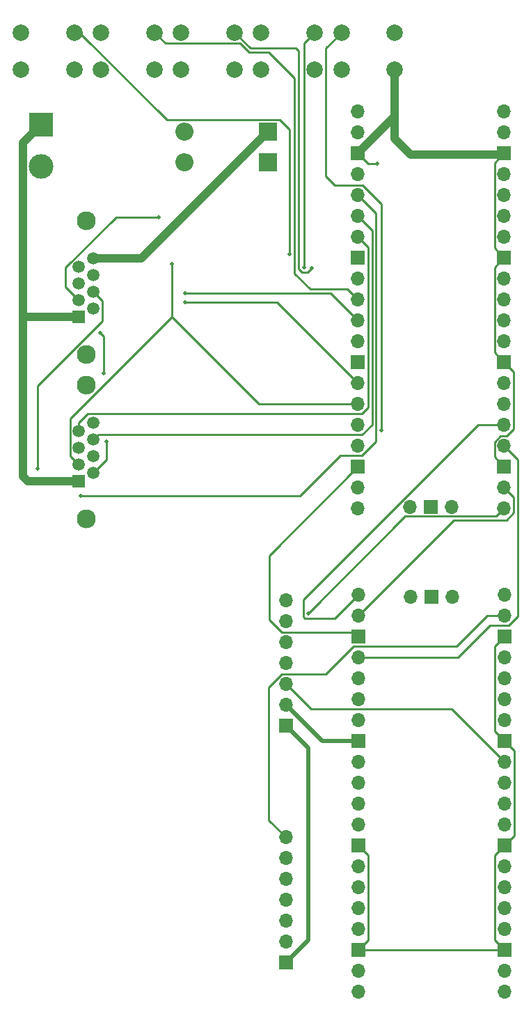
<source format=gbr>
%TF.GenerationSoftware,KiCad,Pcbnew,7.0.7*%
%TF.CreationDate,2025-01-13T16:20:32+01:00*%
%TF.ProjectId,PICO board v4.0,5049434f-2062-46f6-9172-642076342e30,rev?*%
%TF.SameCoordinates,Original*%
%TF.FileFunction,Copper,L2,Bot*%
%TF.FilePolarity,Positive*%
%FSLAX46Y46*%
G04 Gerber Fmt 4.6, Leading zero omitted, Abs format (unit mm)*
G04 Created by KiCad (PCBNEW 7.0.7) date 2025-01-13 16:20:32*
%MOMM*%
%LPD*%
G01*
G04 APERTURE LIST*
%TA.AperFunction,ComponentPad*%
%ADD10C,2.000000*%
%TD*%
%TA.AperFunction,ComponentPad*%
%ADD11O,1.700000X1.700000*%
%TD*%
%TA.AperFunction,ComponentPad*%
%ADD12R,1.700000X1.700000*%
%TD*%
%TA.AperFunction,ComponentPad*%
%ADD13R,1.500000X1.500000*%
%TD*%
%TA.AperFunction,ComponentPad*%
%ADD14C,1.500000*%
%TD*%
%TA.AperFunction,ComponentPad*%
%ADD15C,2.300000*%
%TD*%
%TA.AperFunction,ComponentPad*%
%ADD16R,3.000000X3.000000*%
%TD*%
%TA.AperFunction,ComponentPad*%
%ADD17C,3.000000*%
%TD*%
%TA.AperFunction,ComponentPad*%
%ADD18R,2.200000X2.200000*%
%TD*%
%TA.AperFunction,ComponentPad*%
%ADD19O,2.200000X2.200000*%
%TD*%
%TA.AperFunction,ViaPad*%
%ADD20C,0.500000*%
%TD*%
%TA.AperFunction,Conductor*%
%ADD21C,1.000000*%
%TD*%
%TA.AperFunction,Conductor*%
%ADD22C,0.250000*%
%TD*%
%TA.AperFunction,Conductor*%
%ADD23C,0.500000*%
%TD*%
G04 APERTURE END LIST*
D10*
%TO.P,SW5,1,1*%
%TO.N,GP13_2*%
X115050000Y-35350000D03*
X121550000Y-35350000D03*
%TO.P,SW5,2,2*%
%TO.N,GND*%
X115050000Y-39850000D03*
X121550000Y-39850000D03*
%TD*%
D11*
%TO.P,U1,1,GPIO0*%
%TO.N,GP0*%
X134900000Y-151960000D03*
%TO.P,U1,2,GPIO1*%
%TO.N,GP1*%
X134900000Y-149420000D03*
D12*
%TO.P,U1,3,GND*%
%TO.N,GND*%
X134900000Y-146880000D03*
D11*
%TO.P,U1,4,GPIO2*%
%TO.N,GP2*%
X134900000Y-144340000D03*
%TO.P,U1,5,GPIO3*%
%TO.N,GP3*%
X134900000Y-141800000D03*
%TO.P,U1,6,GPIO4*%
%TO.N,GP4*%
X134900000Y-139260000D03*
%TO.P,U1,7,GPIO5*%
%TO.N,GP5*%
X134900000Y-136720000D03*
D12*
%TO.P,U1,8,GND*%
%TO.N,GND*%
X134900000Y-134180000D03*
D11*
%TO.P,U1,9,GPIO6*%
%TO.N,GP6*%
X134900000Y-131640000D03*
%TO.P,U1,10,GPIO7*%
%TO.N,GP7*%
X134900000Y-129100000D03*
%TO.P,U1,11,GPIO8*%
%TO.N,GP8*%
X134900000Y-126560000D03*
%TO.P,U1,12,GPIO9*%
%TO.N,GP9*%
X134900000Y-124020000D03*
D12*
%TO.P,U1,13,GND*%
%TO.N,GND*%
X134900000Y-121480000D03*
D11*
%TO.P,U1,14,GPIO10*%
%TO.N,GP10*%
X134900000Y-118940000D03*
%TO.P,U1,15,GPIO11*%
%TO.N,GP11*%
X134900000Y-116400000D03*
%TO.P,U1,16,GPIO12*%
%TO.N,GP12*%
X134900000Y-113860000D03*
%TO.P,U1,17,GPIO13*%
%TO.N,GP13*%
X134900000Y-111320000D03*
D12*
%TO.P,U1,18,GND*%
%TO.N,GND*%
X134900000Y-108780000D03*
D11*
%TO.P,U1,19,GPIO14*%
%TO.N,GP14*%
X134900000Y-106240000D03*
%TO.P,U1,20,GPIO15*%
%TO.N,GP15*%
X134900000Y-103700000D03*
%TO.P,U1,21,GPIO16*%
%TO.N,GP16*%
X117120000Y-103700000D03*
%TO.P,U1,22,GPIO17*%
%TO.N,GP17*%
X117120000Y-106240000D03*
D12*
%TO.P,U1,23,GND*%
%TO.N,GND*%
X117120000Y-108780000D03*
D11*
%TO.P,U1,24,GPIO18*%
%TO.N,GP18*%
X117120000Y-111320000D03*
%TO.P,U1,25,GPIO19*%
%TO.N,GP19*%
X117120000Y-113860000D03*
%TO.P,U1,26,GPIO20*%
%TO.N,GP20*%
X117120000Y-116400000D03*
%TO.P,U1,27,GPIO21*%
%TO.N,GP21*%
X117120000Y-118940000D03*
D12*
%TO.P,U1,28,GND*%
%TO.N,GND*%
X117120000Y-121480000D03*
D11*
%TO.P,U1,29,GPIO22*%
%TO.N,GP22*%
X117120000Y-124020000D03*
%TO.P,U1,30,RUN*%
%TO.N,unconnected-(U1-RUN-Pad30)*%
X117120000Y-126560000D03*
%TO.P,U1,31,GPIO26_ADC0*%
%TO.N,GP26*%
X117120000Y-129100000D03*
%TO.P,U1,32,GPIO27_ADC1*%
%TO.N,GP27*%
X117120000Y-131640000D03*
D12*
%TO.P,U1,33,AGND*%
%TO.N,GND*%
X117120000Y-134180000D03*
D11*
%TO.P,U1,34,GPIO28_ADC2*%
%TO.N,GP28*%
X117120000Y-136720000D03*
%TO.P,U1,35,ADC_VREF*%
%TO.N,unconnected-(U1-ADC_VREF-Pad35)*%
X117120000Y-139260000D03*
%TO.P,U1,36,3V3*%
%TO.N,3V3*%
X117120000Y-141800000D03*
%TO.P,U1,37,3V3_EN*%
%TO.N,unconnected-(U1-3V3_EN-Pad37)*%
X117120000Y-144340000D03*
D12*
%TO.P,U1,38,GND*%
%TO.N,GND*%
X117120000Y-146880000D03*
D11*
%TO.P,U1,39,VSYS*%
%TO.N,5VCC_1*%
X117120000Y-149420000D03*
%TO.P,U1,40,VBUS*%
%TO.N,unconnected-(U1-VBUS-Pad40)*%
X117120000Y-151960000D03*
%TO.P,U1,41,SWCLK*%
%TO.N,unconnected-(U1-SWCLK-Pad41)*%
X128550000Y-103930000D03*
D12*
%TO.P,U1,42,GND*%
%TO.N,unconnected-(U1-GND-Pad42)*%
X126010000Y-103930000D03*
D11*
%TO.P,U1,43,SWDIO*%
%TO.N,unconnected-(U1-SWDIO-Pad43)*%
X123470000Y-103930000D03*
%TD*%
D12*
%TO.P,J4,1,Pin_1*%
%TO.N,5VCC_1*%
X108300000Y-119600000D03*
D11*
%TO.P,J4,2,Pin_2*%
%TO.N,GND*%
X108300000Y-117060000D03*
%TO.P,J4,3,Pin_3*%
%TO.N,GP9*%
X108300000Y-114520000D03*
%TO.P,J4,4,Pin_4*%
%TO.N,GP12*%
X108300000Y-111980000D03*
%TO.P,J4,5,Pin_5*%
%TO.N,GP11*%
X108300000Y-109440000D03*
%TO.P,J4,6,Pin_6*%
%TO.N,GP10*%
X108300000Y-106900000D03*
%TO.P,J4,7,Pin_7*%
%TO.N,GP13*%
X108300000Y-104360000D03*
%TD*%
D13*
%TO.P,J3,1*%
%TO.N,GND*%
X83110000Y-89930000D03*
D14*
%TO.P,J3,2*%
%TO.N,GP10_2*%
X84890000Y-88914000D03*
%TO.P,J3,3*%
%TO.N,GP11_2*%
X83110000Y-87898000D03*
%TO.P,J3,4*%
%TO.N,GP8_2*%
X84890000Y-86882000D03*
%TO.P,J3,5*%
%TO.N,GP3_2*%
X83110000Y-85866000D03*
%TO.P,J3,6*%
%TO.N,GP4_2*%
X84890000Y-84850000D03*
%TO.P,J3,7*%
%TO.N,GP5_2*%
X83110000Y-83834000D03*
%TO.P,J3,8*%
%TO.N,5VCC_2*%
X84890000Y-82818000D03*
D15*
%TO.P,J3,SH*%
%TO.N,N/C*%
X84000000Y-94500000D03*
X84000000Y-78240000D03*
%TD*%
D10*
%TO.P,SW3,1,1*%
%TO.N,GP9_2*%
X95550000Y-35350000D03*
X102050000Y-35350000D03*
%TO.P,SW3,2,2*%
%TO.N,GND*%
X95550000Y-39850000D03*
X102050000Y-39850000D03*
%TD*%
D12*
%TO.P,J5,1,Pin_1*%
%TO.N,5VCC_1*%
X108275000Y-148400000D03*
D11*
%TO.P,J5,2,Pin_2*%
%TO.N,GND*%
X108275000Y-145860000D03*
%TO.P,J5,3,Pin_3*%
%TO.N,GP8*%
X108275000Y-143320000D03*
%TO.P,J5,4,Pin_4*%
%TO.N,GP12*%
X108275000Y-140780000D03*
%TO.P,J5,5,Pin_5*%
%TO.N,GP11*%
X108275000Y-138240000D03*
%TO.P,J5,6,Pin_6*%
%TO.N,GP10*%
X108275000Y-135700000D03*
%TO.P,J5,7,Pin_7*%
%TO.N,GP14*%
X108275000Y-133160000D03*
%TD*%
D16*
%TO.P,J1,1,Pin_1*%
%TO.N,GND*%
X78500000Y-46560000D03*
D17*
%TO.P,J1,2,Pin_2*%
%TO.N,5V*%
X78500000Y-51640000D03*
%TD*%
D18*
%TO.P,D1,1,K*%
%TO.N,5VCC_1*%
X106080000Y-51150000D03*
D19*
%TO.P,D1,2,A*%
%TO.N,5V*%
X95920000Y-51150000D03*
%TD*%
D18*
%TO.P,D2,1,K*%
%TO.N,5VCC_2*%
X106080000Y-47400000D03*
D19*
%TO.P,D2,2,A*%
%TO.N,5V*%
X95920000Y-47400000D03*
%TD*%
D10*
%TO.P,SW2,1,1*%
%TO.N,GP7_2*%
X85800000Y-35350000D03*
X92300000Y-35350000D03*
%TO.P,SW2,2,2*%
%TO.N,GND*%
X85800000Y-39850000D03*
X92300000Y-39850000D03*
%TD*%
D11*
%TO.P,U2,43,SWDIO*%
%TO.N,unconnected-(U2-SWDIO-Pad43)*%
X128500000Y-93000000D03*
D12*
%TO.P,U2,42,GND*%
%TO.N,unconnected-(U2-GND-Pad42)*%
X125960000Y-93000000D03*
D11*
%TO.P,U2,41,SWCLK*%
%TO.N,unconnected-(U2-SWCLK-Pad41)*%
X123420000Y-93000000D03*
%TO.P,U2,40,VBUS*%
%TO.N,unconnected-(U2-VBUS-Pad40)*%
X134850000Y-44970000D03*
%TO.P,U2,39,VSYS*%
%TO.N,5VCC_2*%
X134850000Y-47510000D03*
D12*
%TO.P,U2,38,GND*%
%TO.N,GND*%
X134850000Y-50050000D03*
D11*
%TO.P,U2,37,3V3_EN*%
%TO.N,unconnected-(U2-3V3_EN-Pad37)*%
X134850000Y-52590000D03*
%TO.P,U2,36,3V3*%
%TO.N,unconnected-(U2-3V3-Pad36)*%
X134850000Y-55130000D03*
%TO.P,U2,35,ADC_VREF*%
%TO.N,unconnected-(U2-ADC_VREF-Pad35)*%
X134850000Y-57670000D03*
%TO.P,U2,34,GPIO28_ADC2*%
%TO.N,GP28_2*%
X134850000Y-60210000D03*
D12*
%TO.P,U2,33,AGND*%
%TO.N,GND*%
X134850000Y-62750000D03*
D11*
%TO.P,U2,32,GPIO27_ADC1*%
%TO.N,GP27_2*%
X134850000Y-65290000D03*
%TO.P,U2,31,GPIO26_ADC0*%
%TO.N,unconnected-(U2-GPIO26_ADC0-Pad31)*%
X134850000Y-67830000D03*
%TO.P,U2,30,RUN*%
%TO.N,unconnected-(U2-RUN-Pad30)*%
X134850000Y-70370000D03*
%TO.P,U2,29,GPIO22*%
%TO.N,unconnected-(U2-GPIO22-Pad29)*%
X134850000Y-72910000D03*
D12*
%TO.P,U2,28,GND*%
%TO.N,GND*%
X134850000Y-75450000D03*
D11*
%TO.P,U2,27,GPIO21*%
%TO.N,unconnected-(U2-GPIO21-Pad27)*%
X134850000Y-77990000D03*
%TO.P,U2,26,GPIO20*%
%TO.N,GP20_2*%
X134850000Y-80530000D03*
%TO.P,U2,25,GPIO19*%
%TO.N,GP16*%
X134850000Y-83070000D03*
%TO.P,U2,24,GPIO18*%
%TO.N,GP18*%
X134850000Y-85610000D03*
D12*
%TO.P,U2,23,GND*%
%TO.N,GND*%
X134850000Y-88150000D03*
D11*
%TO.P,U2,22,GPIO17*%
%TO.N,GP17*%
X134850000Y-90690000D03*
%TO.P,U2,21,GPIO16*%
%TO.N,GP19*%
X134850000Y-93230000D03*
%TO.P,U2,20,GPIO15*%
%TO.N,GP15_2*%
X117070000Y-93230000D03*
%TO.P,U2,19,GPIO14*%
%TO.N,GP14_2*%
X117070000Y-90690000D03*
D12*
%TO.P,U2,18,GND*%
%TO.N,GND*%
X117070000Y-88150000D03*
D11*
%TO.P,U2,17,GPIO13*%
%TO.N,GP13_2*%
X117070000Y-85610000D03*
%TO.P,U2,16,GPIO12*%
%TO.N,GP12_2*%
X117070000Y-83070000D03*
%TO.P,U2,15,GPIO11*%
%TO.N,GP11_2*%
X117070000Y-80530000D03*
%TO.P,U2,14,GPIO10*%
%TO.N,GP10_2*%
X117070000Y-77990000D03*
D12*
%TO.P,U2,13,GND*%
%TO.N,GND*%
X117070000Y-75450000D03*
D11*
%TO.P,U2,12,GPIO9*%
%TO.N,GP9_2*%
X117070000Y-72910000D03*
%TO.P,U2,11,GPIO8*%
%TO.N,GP8_2*%
X117070000Y-70370000D03*
%TO.P,U2,10,GPIO7*%
%TO.N,GP7_2*%
X117070000Y-67830000D03*
%TO.P,U2,9,GPIO6*%
%TO.N,GP6_2*%
X117070000Y-65290000D03*
D12*
%TO.P,U2,8,GND*%
%TO.N,GND*%
X117070000Y-62750000D03*
D11*
%TO.P,U2,7,GPIO5*%
%TO.N,GP5_2*%
X117070000Y-60210000D03*
%TO.P,U2,6,GPIO4*%
%TO.N,GP4_2*%
X117070000Y-57670000D03*
%TO.P,U2,5,GPIO3*%
%TO.N,GP3_2*%
X117070000Y-55130000D03*
%TO.P,U2,4,GPIO2*%
%TO.N,GP2_2*%
X117070000Y-52590000D03*
D12*
%TO.P,U2,3,GND*%
%TO.N,GND*%
X117070000Y-50050000D03*
D11*
%TO.P,U2,2,GPIO1*%
%TO.N,GP1_2*%
X117070000Y-47510000D03*
%TO.P,U2,1,GPIO0*%
%TO.N,GP0_2*%
X117070000Y-44970000D03*
%TD*%
D10*
%TO.P,SW4,1,1*%
%TO.N,GP12_2*%
X105300000Y-35350000D03*
X111800000Y-35350000D03*
%TO.P,SW4,2,2*%
%TO.N,GND*%
X105300000Y-39850000D03*
X111800000Y-39850000D03*
%TD*%
%TO.P,SW1,1,1*%
%TO.N,GP6_2*%
X76050000Y-35350000D03*
X82550000Y-35350000D03*
%TO.P,SW1,2,2*%
%TO.N,GND*%
X76050000Y-39850000D03*
X82550000Y-39850000D03*
%TD*%
D13*
%TO.P,J2,1*%
%TO.N,GND*%
X83110000Y-69930000D03*
D14*
%TO.P,J2,2*%
%TO.N,GP10_2*%
X84890000Y-68914000D03*
%TO.P,J2,3*%
%TO.N,GP11_2*%
X83110000Y-67898000D03*
%TO.P,J2,4*%
%TO.N,GP8_2*%
X84890000Y-66882000D03*
%TO.P,J2,5*%
%TO.N,GP0_2*%
X83110000Y-65866000D03*
%TO.P,J2,6*%
%TO.N,GP1_2*%
X84890000Y-64850000D03*
%TO.P,J2,7*%
%TO.N,GP2_2*%
X83110000Y-63834000D03*
%TO.P,J2,8*%
%TO.N,5VCC_2*%
X84890000Y-62818000D03*
D15*
%TO.P,J2,SH*%
%TO.N,N/C*%
X84000000Y-74500000D03*
X84000000Y-58240000D03*
%TD*%
D20*
%TO.N,GND*%
X119400000Y-51300000D03*
%TO.N,GP6_2*%
X108700000Y-62300000D03*
%TO.N,GP9_2*%
X111400000Y-64000000D03*
%TO.N,GP12_2*%
X110475000Y-63900000D03*
%TO.N,GP13_2*%
X119900000Y-83700000D03*
%TO.N,GP10_2*%
X86500000Y-85100000D03*
X85700000Y-71900000D03*
X86100000Y-76800000D03*
%TO.N,GP3_2*%
X83300000Y-91700000D03*
%TO.N,GP8_2*%
X78100000Y-88400000D03*
%TO.N,GP11_2*%
X94400000Y-63500000D03*
X92800000Y-57800000D03*
%TO.N,GP10_2*%
X96000000Y-68100000D03*
%TO.N,GP8_2*%
X96000000Y-67000000D03*
%TO.N,GP19*%
X111000000Y-106000000D03*
%TD*%
D21*
%TO.N,GND*%
X121550000Y-45570000D02*
X121550000Y-48266320D01*
X121550000Y-48266320D02*
X123483680Y-50200000D01*
X123483680Y-50200000D02*
X134700000Y-50200000D01*
X134700000Y-50200000D02*
X134850000Y-50050000D01*
D22*
X119400000Y-51300000D02*
X118320000Y-51300000D01*
X118320000Y-51300000D02*
X117070000Y-50050000D01*
%TO.N,GP13_2*%
X115050000Y-35350000D02*
X113125000Y-37275000D01*
X113125000Y-37275000D02*
X113125000Y-52846701D01*
X114233299Y-53955000D02*
X117655000Y-53955000D01*
X113125000Y-52846701D02*
X114233299Y-53955000D01*
X117655000Y-53955000D02*
X119900000Y-56200000D01*
X119900000Y-56200000D02*
X119900000Y-83700000D01*
%TO.N,GND*%
X134850000Y-75450000D02*
X136025000Y-76625000D01*
X136025000Y-76625000D02*
X136025000Y-83575000D01*
X136025000Y-83575000D02*
X135165000Y-84435000D01*
X133675000Y-85123299D02*
X133675000Y-86975000D01*
X135165000Y-84435000D02*
X134363299Y-84435000D01*
X134363299Y-84435000D02*
X133675000Y-85123299D01*
X133675000Y-86975000D02*
X134850000Y-88150000D01*
X134850000Y-62750000D02*
X133675000Y-63925000D01*
X133675000Y-63925000D02*
X133675000Y-74275000D01*
X133675000Y-74275000D02*
X134850000Y-75450000D01*
X134850000Y-62750000D02*
X133675000Y-61575000D01*
X133675000Y-61575000D02*
X133675000Y-51225000D01*
X133675000Y-51225000D02*
X134850000Y-50050000D01*
%TO.N,GP6_2*%
X108700000Y-47170000D02*
X108700000Y-62300000D01*
X107505000Y-45975000D02*
X108700000Y-47170000D01*
X93798833Y-45975000D02*
X107505000Y-45975000D01*
X83173833Y-35350000D02*
X93798833Y-45975000D01*
X82550000Y-35350000D02*
X83173833Y-35350000D01*
%TO.N,GP7_2*%
X93625000Y-36675000D02*
X102738604Y-36675000D01*
X109350000Y-40850000D02*
X109350000Y-64650000D01*
X106225000Y-37725000D02*
X109350000Y-40850000D01*
X92300000Y-35350000D02*
X93625000Y-36675000D01*
X102738604Y-36675000D02*
X103788604Y-37725000D01*
X103788604Y-37725000D02*
X106225000Y-37725000D01*
X109350000Y-64650000D02*
X111250000Y-66550000D01*
X111250000Y-66550000D02*
X115790000Y-66550000D01*
X115790000Y-66550000D02*
X117070000Y-67830000D01*
%TO.N,GP9_2*%
X111400000Y-64000000D02*
X110900000Y-64500000D01*
X109475000Y-37275000D02*
X103975000Y-37275000D01*
X110900000Y-64500000D02*
X110261827Y-64500000D01*
X109800000Y-64038173D02*
X109800000Y-37600000D01*
X109800000Y-37600000D02*
X109475000Y-37275000D01*
X110261827Y-64500000D02*
X109800000Y-64038173D01*
X103975000Y-37275000D02*
X102050000Y-35350000D01*
%TO.N,GP12_2*%
X110475000Y-36675000D02*
X111800000Y-35350000D01*
X110475000Y-63900000D02*
X110475000Y-36675000D01*
%TO.N,GP10_2*%
X86100000Y-72300000D02*
X85700000Y-71900000D01*
X86100000Y-76800000D02*
X86100000Y-72300000D01*
X84890000Y-88914000D02*
X86500000Y-87304000D01*
X86500000Y-87304000D02*
X86500000Y-85100000D01*
%TO.N,GP3_2*%
X83300000Y-91700000D02*
X110000000Y-91700000D01*
X110000000Y-91700000D02*
X114915000Y-86785000D01*
X114915000Y-86785000D02*
X117556701Y-86785000D01*
X117556701Y-86785000D02*
X119250000Y-85091701D01*
X119250000Y-85091701D02*
X119250000Y-57310000D01*
X119250000Y-57310000D02*
X117070000Y-55130000D01*
%TO.N,GP4_2*%
X84890000Y-84850000D02*
X85495000Y-84245000D01*
X85495000Y-84245000D02*
X117556701Y-84245000D01*
X117556701Y-84245000D02*
X118800000Y-83001701D01*
X118800000Y-83001701D02*
X118800000Y-59400000D01*
X118800000Y-59400000D02*
X117070000Y-57670000D01*
%TO.N,GP5_2*%
X83110000Y-83834000D02*
X83110000Y-82773340D01*
X83110000Y-82773340D02*
X84178340Y-81705000D01*
X84178340Y-81705000D02*
X117556701Y-81705000D01*
X117556701Y-81705000D02*
X118300000Y-80961701D01*
X118300000Y-80961701D02*
X118300000Y-61440000D01*
X118300000Y-61440000D02*
X117070000Y-60210000D01*
%TO.N,GP8_2*%
X85965000Y-70449034D02*
X78100000Y-78314034D01*
X78100000Y-78314034D02*
X78100000Y-88400000D01*
X85965000Y-67957000D02*
X85965000Y-70449034D01*
X84890000Y-66882000D02*
X85965000Y-67957000D01*
%TO.N,GP11_2*%
X94400000Y-69925966D02*
X105004034Y-80530000D01*
X105004034Y-80530000D02*
X117070000Y-80530000D01*
X81500000Y-66288000D02*
X81500000Y-63923720D01*
X87623720Y-57800000D02*
X92800000Y-57800000D01*
X94400000Y-69925966D02*
X82035000Y-82290966D01*
X83110000Y-67898000D02*
X81500000Y-66288000D01*
X82035000Y-82290966D02*
X82035000Y-86823000D01*
X81500000Y-63923720D02*
X87623720Y-57800000D01*
X94400000Y-63500000D02*
X94400000Y-69925966D01*
X82035000Y-86823000D02*
X83110000Y-87898000D01*
%TO.N,GP10_2*%
X96000000Y-68100000D02*
X107180000Y-68100000D01*
X107180000Y-68100000D02*
X117070000Y-77990000D01*
%TO.N,GP8_2*%
X96000000Y-67000000D02*
X113700000Y-67000000D01*
X113700000Y-67000000D02*
X117070000Y-70370000D01*
D21*
%TO.N,5VCC_2*%
X84890000Y-62818000D02*
X90662000Y-62818000D01*
X90662000Y-62818000D02*
X106080000Y-47400000D01*
%TO.N,GND*%
X76300000Y-69930000D02*
X76300000Y-89300000D01*
X76300000Y-89300000D02*
X76930000Y-89930000D01*
X76930000Y-89930000D02*
X83110000Y-89930000D01*
X78500000Y-46560000D02*
X76300000Y-48760000D01*
X76300000Y-48760000D02*
X76300000Y-69930000D01*
X76300000Y-69930000D02*
X83110000Y-69930000D01*
X121550000Y-39850000D02*
X121550000Y-45570000D01*
X121550000Y-45570000D02*
X117070000Y-50050000D01*
D22*
X133725000Y-135355000D02*
X133725000Y-145705000D01*
X133725000Y-109955000D02*
X133725000Y-120305000D01*
X116605000Y-108265000D02*
X107765000Y-108265000D01*
X136075000Y-122655000D02*
X136075000Y-133005000D01*
X106242045Y-106742045D02*
X106242045Y-98977955D01*
X117120000Y-108780000D02*
X116605000Y-108265000D01*
X118295000Y-145705000D02*
X118295000Y-135355000D01*
X134900000Y-108780000D02*
X133725000Y-109955000D01*
X134900000Y-121480000D02*
X136075000Y-122655000D01*
X117120000Y-146880000D02*
X118295000Y-145705000D01*
X118295000Y-135355000D02*
X117120000Y-134180000D01*
X134900000Y-134180000D02*
X133725000Y-135355000D01*
X133725000Y-145705000D02*
X134900000Y-146880000D01*
D23*
X112720000Y-121480000D02*
X117120000Y-121480000D01*
D22*
X106242045Y-98977955D02*
X117070000Y-88150000D01*
X136075000Y-133005000D02*
X134900000Y-134180000D01*
D23*
X108300000Y-117060000D02*
X112720000Y-121480000D01*
D22*
X133725000Y-120305000D02*
X134900000Y-121480000D01*
X117120000Y-146880000D02*
X134900000Y-146880000D01*
X107765000Y-108265000D02*
X106242045Y-106742045D01*
%TO.N,GP9*%
X128455000Y-117575000D02*
X134900000Y-124020000D01*
X111355000Y-117575000D02*
X128455000Y-117575000D01*
X108300000Y-114520000D02*
X111355000Y-117575000D01*
%TO.N,GP19*%
X133905000Y-94175000D02*
X134850000Y-93230000D01*
X122825000Y-94175000D02*
X133905000Y-94175000D01*
X111000000Y-106000000D02*
X122825000Y-94175000D01*
%TO.N,GP18*%
X133085000Y-107415000D02*
X129180000Y-111320000D01*
X136475000Y-106326701D02*
X135386701Y-107415000D01*
X135386701Y-107415000D02*
X133085000Y-107415000D01*
X134850000Y-85610000D02*
X136475000Y-87235000D01*
X129180000Y-111320000D02*
X117120000Y-111320000D01*
X136475000Y-87235000D02*
X136475000Y-106326701D01*
%TO.N,GP17*%
X136025000Y-93716701D02*
X136025000Y-91865000D01*
X135116701Y-94625000D02*
X136025000Y-93716701D01*
X136025000Y-91865000D02*
X134850000Y-90690000D01*
X128735000Y-94625000D02*
X135116701Y-94625000D01*
X117120000Y-106240000D02*
X128735000Y-94625000D01*
%TO.N,GP14*%
X107813299Y-113345000D02*
X113155000Y-113345000D01*
X106217045Y-114941254D02*
X107813299Y-113345000D01*
X108275000Y-133160000D02*
X106217045Y-131102045D01*
X132760000Y-106240000D02*
X134900000Y-106240000D01*
X129045000Y-109955000D02*
X132760000Y-106240000D01*
X116545000Y-109955000D02*
X129045000Y-109955000D01*
X113155000Y-113345000D02*
X116545000Y-109955000D01*
X106217045Y-131102045D02*
X106217045Y-114941254D01*
%TO.N,GP16*%
X110575000Y-106575000D02*
X110425000Y-106425000D01*
X131688299Y-83070000D02*
X134850000Y-83070000D01*
X117120000Y-103700000D02*
X114245000Y-106575000D01*
X110425000Y-106425000D02*
X110425000Y-104333299D01*
X114245000Y-106575000D02*
X110575000Y-106575000D01*
X110425000Y-104333299D02*
X131688299Y-83070000D01*
D23*
%TO.N,5VCC_1*%
X108300000Y-119600000D02*
X111000000Y-122300000D01*
X111000000Y-145675000D02*
X108275000Y-148400000D01*
X111000000Y-122300000D02*
X111000000Y-145675000D01*
%TD*%
M02*

</source>
